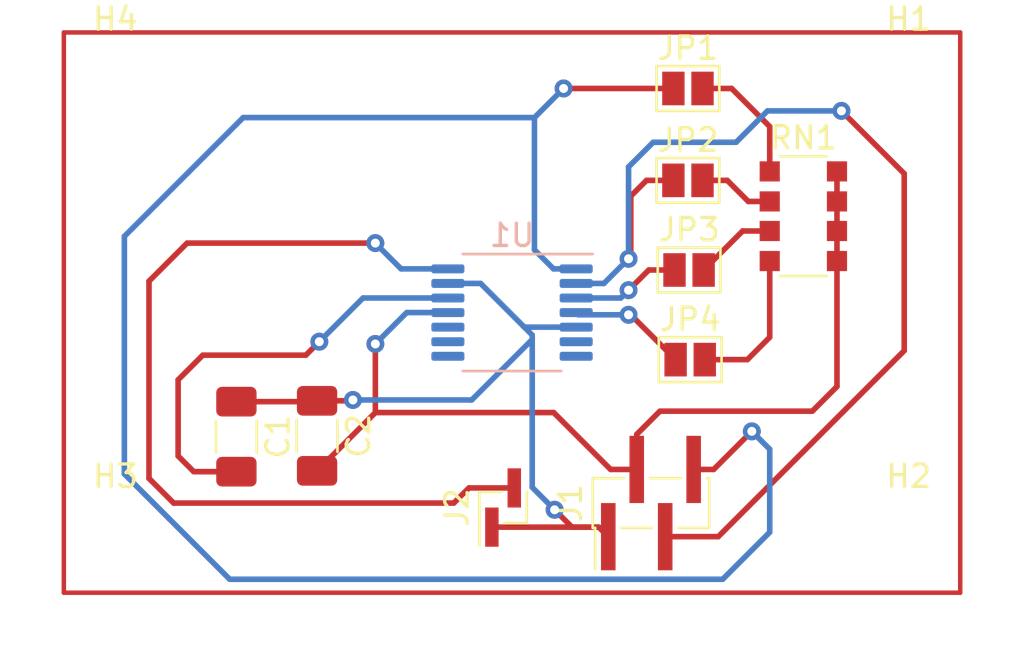
<source format=kicad_pcb>
(kicad_pcb (version 20211014) (generator pcbnew)
  (layers (0 "F.Cu" signal) (31 "B.Cu" signal) (34 "B.Paste" user) (35 "F.Paste" user) (36 "B.SilkS" user "B.Silkscreen") (37 "F.SilkS" user "F.Silkscreen") (38 "B.Mask" user) (39 "F.Mask" user) (44 "Edge.Cuts" user))
  (net 0 "")
  (net 1 "GND")
  (net 2 "Net-(C1-Pad2)")
  (net 3 "+5V")
  (net 4 "Net-(J1-Pad3)")
  (net 5 "Net-(J1-Pad4)")
  (net 11 "Net-(J2-Pad2)")
  (net 12 "Net-(JP1-Pad2)")
  (net 13 "Net-(JP2-Pad2)")
  (net 14 "Net-(JP3-Pad1)")
  (net 15 "Net-(JP3-Pad2)")
  (net 16 "Net-(JP4-Pad1)")
  (net 17 "Net-(JP4-Pad2)")
  (footprint "MountingHole:MountingHole_2.2mm_M2_DIN965" (layer "F.Cu") (at 174.7 84.8)
    (fp_text reference "H1" (at 0 -2.9) (layer "F.SilkS"))
    (fp_text value "MountingHole")
    (pad "" np_thru_hole circle (at 0 0) (size 2.2 2.2) (drill 2.2) (layers *.Cu *.Mask))
  )
  (footprint "Connector_PinHeader_1.00mm:PinHeader_1x02_P1.00mm_Vertical_SMD_Pin1Left" (layer "F.Cu") (at 156.6 103.7 90)
    (fp_text reference "J2" (at 0 -2.06 90) (layer "F.SilkS"))
    (fp_text value "Conn_01x02_Male")
    (fp_line (start -0.695 1.06) (end 0.695 1.06) (layer "F.SilkS") (width 0.12))
    (fp_line (start 0.695 -1.06) (end 0.695 -0.06) (layer "F.SilkS") (width 0.12))
    (fp_line (start -0.695 0.06) (end -0.695 1.06) (layer "F.SilkS") (width 0.12))
    (fp_line (start -0.695 -1.06) (end -0.695 -1.06) (layer "F.SilkS") (width 0.12))
    (fp_line (start -0.695 -1.06) (end -1.69 -1.06) (layer "F.SilkS") (width 0.12))
    (fp_line (start 0.695 1.06) (end 0.695 1.06) (layer "F.SilkS") (width 0.12))
    (fp_line (start -0.695 -1.06) (end 0.695 -1.06) (layer "F.SilkS") (width 0.12))
    (pad "1" smd rect (at -0.875 -0.5 90) (size 1.75 0.6) (layers "F.Cu" "F.Paste" "F.Mask") (net 1 "GND"))
    (pad "2" smd rect (at 0.875 0.5 90) (size 1.75 0.6) (layers "F.Cu" "F.Paste" "F.Mask") (net 11 "Net-(J2-Pad2)"))
  )
  (footprint "Capacitor_SMD:C_1206_3216Metric_Pad1.33x1.80mm_HandSolder" (layer "F.Cu") (at 144.7 100.5375 -90)
    (fp_text reference "C1" (at 0 -1.85 -270) (layer "F.SilkS"))
    (fp_text value "10 µF")
    (fp_line (start -0.711252 -0.91) (end 0.711252 -0.91) (layer "F.SilkS") (width 0.12))
    (fp_line (start -0.711252 0.91) (end 0.711252 0.91) (layer "F.SilkS") (width 0.12))
    (pad "1" smd roundrect (at -1.5625 0 270) (size 1.325 1.8) (layers "F.Cu" "F.Paste" "F.Mask") (roundrect_rratio 0.188679) (net 1 "GND"))
    (pad "2" smd roundrect (at 1.5625 0 270) (size 1.325 1.8) (layers "F.Cu" "F.Paste" "F.Mask") (roundrect_rratio 0.188679) (net 2 "Net-(C1-Pad2)"))
  )
  (footprint "Resistor_SMD:R_Array_Convex_4x1206" (layer "F.Cu") (at 170 90.7)
    (fp_text reference "RN1" (at 0 -3.5) (layer "F.SilkS"))
    (fp_text value "10 kΩ")
    (fp_line (start 1.05 -2.67) (end -1.05 -2.67) (layer "F.SilkS") (width 0.12))
    (fp_line (start 1.05 2.67) (end -1.05 2.67) (layer "F.SilkS") (width 0.12))
    (pad "1" smd rect (at -1.5 -2) (size 0.9 0.9) (layers "F.Cu" "F.Paste" "F.Mask") (net 12 "Net-(JP1-Pad2)"))
    (pad "2" smd rect (at -1.5 -0.66) (size 0.9 0.9) (layers "F.Cu" "F.Paste" "F.Mask") (net 13 "Net-(JP2-Pad2)"))
    (pad "3" smd rect (at -1.5 0.66) (size 0.9 0.9) (layers "F.Cu" "F.Paste" "F.Mask") (net 15 "Net-(JP3-Pad2)"))
    (pad "4" smd rect (at -1.5 2) (size 0.9 0.9) (layers "F.Cu" "F.Paste" "F.Mask") (net 17 "Net-(JP4-Pad2)"))
    (pad "5" smd rect (at 1.5 2) (size 0.9 0.9) (layers "F.Cu" "F.Paste" "F.Mask") (net 3 "+5V"))
    (pad "6" smd rect (at 1.5 0.66) (size 0.9 0.9) (layers "F.Cu" "F.Paste" "F.Mask") (net 3 "+5V"))
    (pad "7" smd rect (at 1.5 -0.66) (size 0.9 0.9) (layers "F.Cu" "F.Paste" "F.Mask") (net 3 "+5V"))
    (pad "8" smd rect (at 1.5 -2) (size 0.9 0.9) (layers "F.Cu" "F.Paste" "F.Mask") (net 3 "+5V"))
  )
  (footprint "Jumper:SolderJumper-2_P1.3mm_Open_Pad1.0x1.5mm" (layer "F.Cu") (at 164.9 93.1)
    (fp_text reference "JP3" (at 0 -1.8) (layer "F.SilkS"))
    (fp_text value "SolderJumper_2_Open")
    (fp_line (start -1.4 -1) (end 1.4 -1) (layer "F.SilkS") (width 0.12))
    (fp_line (start 1.4 1) (end -1.4 1) (layer "F.SilkS") (width 0.12))
    (fp_line (start -1.4 1) (end -1.4 -1) (layer "F.SilkS") (width 0.12))
    (fp_line (start 1.4 -1) (end 1.4 1) (layer "F.SilkS") (width 0.12))
    (pad "1" smd rect (at -0.65 0) (size 1 1.5) (layers "F.Cu" "F.Mask") (net 14 "Net-(JP3-Pad1)"))
    (pad "2" smd rect (at 0.65 0) (size 1 1.5) (layers "F.Cu" "F.Mask") (net 15 "Net-(JP3-Pad2)"))
  )
  (footprint "MountingHole:MountingHole_2.2mm_M2_DIN965" (layer "F.Cu") (at 139.3 84.8)
    (fp_text reference "H4" (at 0 -2.9) (layer "F.SilkS"))
    (fp_text value "MountingHole")
    (pad "" np_thru_hole circle (at 0 0) (size 2.2 2.2) (drill 2.2) (layers *.Cu *.Mask))
  )
  (footprint "MountingHole:MountingHole_2.2mm_M2_DIN965" (layer "F.Cu") (at 139.3 105.2)
    (fp_text reference "H3" (at 0 -2.9) (layer "F.SilkS"))
    (fp_text value "MountingHole")
    (pad "" np_thru_hole circle (at 0 0) (size 2.2 2.2) (drill 2.2) (layers *.Cu *.Mask))
  )
  (footprint "MountingHole:MountingHole_2.2mm_M2_DIN965" (layer "F.Cu") (at 174.7 105.2)
    (fp_text reference "H2" (at 0 -2.9) (layer "F.SilkS"))
    (fp_text value "MountingHole")
    (pad "" np_thru_hole circle (at 0 0) (size 2.2 2.2) (drill 2.2) (layers *.Cu *.Mask))
  )
  (footprint "Jumper:SolderJumper-2_P1.3mm_Open_Pad1.0x1.5mm" (layer "F.Cu") (at 164.85 89.1)
    (fp_text reference "JP2" (at 0 -1.8) (layer "F.SilkS"))
    (fp_text value "SolderJumper_2_Open")
    (fp_line (start 1.4 -1) (end 1.4 1) (layer "F.SilkS") (width 0.12))
    (fp_line (start -1.4 1) (end -1.4 -1) (layer "F.SilkS") (width 0.12))
    (fp_line (start -1.4 -1) (end 1.4 -1) (layer "F.SilkS") (width 0.12))
    (fp_line (start 1.4 1) (end -1.4 1) (layer "F.SilkS") (width 0.12))
    (pad "1" smd rect (at -0.65 0) (size 1 1.5) (layers "F.Cu" "F.Mask") (net 4 "Net-(J1-Pad3)"))
    (pad "2" smd rect (at 0.65 0) (size 1 1.5) (layers "F.Cu" "F.Mask") (net 13 "Net-(JP2-Pad2)"))
  )
  (footprint "Capacitor_SMD:C_1206_3216Metric_Pad1.33x1.80mm_HandSolder" (layer "F.Cu") (at 148.3 100.5 -90)
    (fp_text reference "C2" (at 0 -1.85 90) (layer "F.SilkS"))
    (fp_text value "100 nF")
    (fp_line (start -0.711252 -0.91) (end 0.711252 -0.91) (layer "F.SilkS") (width 0.12))
    (fp_line (start -0.711252 0.91) (end 0.711252 0.91) (layer "F.SilkS") (width 0.12))
    (pad "1" smd roundrect (at -1.5625 0 270) (size 1.325 1.8) (layers "F.Cu" "F.Paste" "F.Mask") (roundrect_rratio 0.188679) (net 1 "GND"))
    (pad "2" smd roundrect (at 1.5625 0 270) (size 1.325 1.8) (layers "F.Cu" "F.Paste" "F.Mask") (roundrect_rratio 0.188679) (net 3 "+5V"))
  )
  (footprint "Jumper:SolderJumper-2_P1.3mm_Open_Pad1.0x1.5mm" (layer "F.Cu") (at 164.85 85)
    (fp_text reference "JP1" (at 0 -1.8) (layer "F.SilkS"))
    (fp_text value "SolderJumper_2_Open")
    (fp_line (start -1.4 1) (end -1.4 -1) (layer "F.SilkS") (width 0.12))
    (fp_line (start -1.4 -1) (end 1.4 -1) (layer "F.SilkS") (width 0.12))
    (fp_line (start 1.4 -1) (end 1.4 1) (layer "F.SilkS") (width 0.12))
    (fp_line (start 1.4 1) (end -1.4 1) (layer "F.SilkS") (width 0.12))
    (pad "1" smd rect (at -0.65 0) (size 1 1.5) (layers "F.Cu" "F.Mask") (net 5 "Net-(J1-Pad4)"))
    (pad "2" smd rect (at 0.65 0) (size 1 1.5) (layers "F.Cu" "F.Mask") (net 12 "Net-(JP1-Pad2)"))
  )
  (footprint "Jumper:SolderJumper-2_P1.3mm_Open_Pad1.0x1.5mm" (layer "F.Cu") (at 164.95 97.1)
    (fp_text reference "JP4" (at 0 -1.8) (layer "F.SilkS"))
    (fp_text value "SolderJumper_2_Open")
    (fp_line (start -1.4 -1) (end 1.4 -1) (layer "F.SilkS") (width 0.12))
    (fp_line (start 1.4 -1) (end 1.4 1) (layer "F.SilkS") (width 0.12))
    (fp_line (start -1.4 1) (end -1.4 -1) (layer "F.SilkS") (width 0.12))
    (fp_line (start 1.4 1) (end -1.4 1) (layer "F.SilkS") (width 0.12))
    (pad "1" smd rect (at -0.65 0) (size 1 1.5) (layers "F.Cu" "F.Mask") (net 16 "Net-(JP4-Pad1)"))
    (pad "2" smd rect (at 0.65 0) (size 1 1.5) (layers "F.Cu" "F.Mask") (net 17 "Net-(JP4-Pad2)"))
  )
  (footprint "Connector_PinHeader_1.27mm:PinHeader_1x04_P1.27mm_Vertical_SMD_Pin1Left" (layer "F.Cu") (at 163.2 103.5 90)
    (fp_text reference "J1" (at 0 -3.6 90) (layer "F.SilkS"))
    (fp_text value "Conn_01x04_Male")
    (fp_line (start -1.11 -1.32) (end -1.11 0.05) (layer "F.SilkS") (width 0.12))
    (fp_line (start -1.11 1.22) (end -1.11 2.59) (layer "F.SilkS") (width 0.12))
    (fp_line (start 1.11 2.49) (end 1.11 2.6) (layer "F.SilkS") (width 0.12))
    (fp_line (start -1.11 2.6) (end 1.11 2.6) (layer "F.SilkS") (width 0.12))
    (fp_line (start -1.11 -2.6) (end -1.11 -2.49) (layer "F.SilkS") (width 0.12))
    (fp_line (start 1.11 -2.59) (end 1.11 -1.22) (layer "F.SilkS") (width 0.12))
    (fp_line (start -1.11 -2.49) (end -2.94 -2.49) (layer "F.SilkS") (width 0.12))
    (fp_line (start -1.11 -2.6) (end 1.11 -2.6) (layer "F.SilkS") (width 0.12))
    (fp_line (start 1.11 -0.05) (end 1.11 1.32) (layer "F.SilkS") (width 0.12))
    (pad "1" smd rect (at -1.5 -1.905 90) (size 3 0.65) (layers "F.Cu" "F.Paste" "F.Mask") (net 1 "GND"))
    (pad "2" smd rect (at 1.5 -0.635 90) (size 3 0.65) (layers "F.Cu" "F.Paste" "F.Mask") (net 3 "+5V"))
    (pad "3" smd rect (at -1.5 0.635 90) (size 3 0.65) (layers "F.Cu" "F.Paste" "F.Mask") (net 4 "Net-(J1-Pad3)"))
    (pad "4" smd rect (at 1.5 1.905 90) (size 3 0.65) (layers "F.Cu" "F.Paste" "F.Mask") (net 5 "Net-(J1-Pad4)"))
  )
  (footprint "Package_SO:TSSOP-14_4.4x5mm_P0.65mm" (layer "B.Cu") (at 157 95 180)
    (fp_text reference "U1" (at 0 3.45) (layer "B.SilkS") (effects (justify mirror)))
    (fp_text value "AS5048B")
    (fp_line (start 0 -2.61) (end -2.2 -2.61) (layer "B.SilkS") (width 0.12))
    (fp_line (start 0 2.61) (end -3.6 2.61) (layer "B.SilkS") (width 0.12))
    (fp_line (start 0 -2.61) (end 2.2 -2.61) (layer "B.SilkS") (width 0.12))
    (fp_line (start 0 2.61) (end 2.2 2.61) (layer "B.SilkS") (width 0.12))
    (pad "1" smd roundrect (at -2.8625 1.95 180) (size 1.475 0.4) (layers "B.Cu" "B.Paste" "B.Mask") (net 5 "Net-(J1-Pad4)"))
    (pad "2" smd roundrect (at -2.8625 1.3 180) (size 1.475 0.4) (layers "B.Cu" "B.Paste" "B.Mask") (net 4 "Net-(J1-Pad3)"))
    (pad "3" smd roundrect (at -2.8625 0.65 180) (size 1.475 0.4) (layers "B.Cu" "B.Paste" "B.Mask") (net 14 "Net-(JP3-Pad1)"))
    (pad "4" smd roundrect (at -2.8625 0 180) (size 1.475 0.4) (layers "B.Cu" "B.Paste" "B.Mask") (net 16 "Net-(JP4-Pad1)"))
    (pad "5" smd roundrect (at -2.8625 -0.65 180) (size 1.475 0.4) (layers "B.Cu" "B.Paste" "B.Mask") (net 1 "GND"))
    (pad "6" smd roundrect (at -2.8625 -1.3 180) (size 1.475 0.4) (layers "B.Cu" "B.Paste" "B.Mask"))
    (pad "7" smd roundrect (at -2.8625 -1.95 180) (size 1.475 0.4) (layers "B.Cu" "B.Paste" "B.Mask"))
    (pad "8" smd roundrect (at 2.8625 -1.95 180) (size 1.475 0.4) (layers "B.Cu" "B.Paste" "B.Mask"))
    (pad "9" smd roundrect (at 2.8625 -1.3 180) (size 1.475 0.4) (layers "B.Cu" "B.Paste" "B.Mask"))
    (pad "10" smd roundrect (at 2.8625 -0.65 180) (size 1.475 0.4) (layers "B.Cu" "B.Paste" "B.Mask"))
    (pad "11" smd roundrect (at 2.8625 0 180) (size 1.475 0.4) (layers "B.Cu" "B.Paste" "B.Mask") (net 3 "+5V"))
    (pad "12" smd roundrect (at 2.8625 0.65 180) (size 1.475 0.4) (layers "B.Cu" "B.Paste" "B.Mask") (net 2 "Net-(C1-Pad2)"))
    (pad "13" smd roundrect (at 2.8625 1.3 180) (size 1.475 0.4) (layers "B.Cu" "B.Paste" "B.Mask") (net 1 "GND"))
    (pad "14" smd roundrect (at 2.8625 1.95 180) (size 1.475 0.4) (layers "B.Cu" "B.Paste" "B.Mask") (net 11 "Net-(J2-Pad2)"))
  )
  (gr_line (start 137 107.5) (end 137 82.5) (layer "F.Cu") (width 0.2))
  (gr_line (start 177 107.5) (end 137 107.5) (layer "F.Cu") (width 0.2))
  (gr_line (start 177 107.5) (end 177 82.5) (layer "F.Cu") (width 0.2))
  (gr_line (start 137 82.5) (end 177 82.5) (layer "F.Cu") (width 0.2))
  (segment (start 159.675 104.575) (end 158.9 103.8) (width 0.25) (layer "F.Cu") (net 1))
  (segment (start 149.8625 98.9375) (end 149.9 98.9) (width 0.25) (layer "F.Cu") (net 1))
  (segment (start 148.3 98.9375) (end 149.8625 98.9375) (width 0.25) (layer "F.Cu") (net 1))
  (segment (start 148.2625 98.975) (end 148.3 98.9375) (width 0.25) (layer "F.Cu") (net 1))
  (segment (start 156.1 104.575) (end 160.87 104.575) (width 0.25) (layer "F.Cu") (net 1))
  (segment (start 160.87 104.575) (end 161.295 105) (width 0.25) (layer "F.Cu") (net 1))
  (segment (start 144.7 98.975) (end 148.2625 98.975) (width 0.25) (layer "F.Cu") (net 1))
  (segment (start 160.87 104.575) (end 159.675 104.575) (width 0.25) (layer "F.Cu") (net 1))
  (via (at 149.9 98.9) (size 0.8) (drill 0.4) (layers "F.Cu" "B.Cu") (net 1))
  (via (at 158.9 103.8) (size 0.8) (drill 0.4) (layers "F.Cu" "B.Cu") (net 1))
  (segment (start 157.5 95.6) (end 157.55 95.65) (width 0.25) (layer "B.Cu") (net 1))
  (segment (start 149.9 98.9) (end 155.2 98.9) (width 0.25) (layer "B.Cu") (net 1))
  (segment (start 154.1375 93.7) (end 155.6 93.7) (width 0.25) (layer "B.Cu") (net 1))
  (segment (start 157.55 95.65) (end 159.8625 95.65) (width 0.25) (layer "B.Cu") (net 1))
  (segment (start 155.6 93.7) (end 157.5 95.6) (width 0.25) (layer "B.Cu") (net 1))
  (segment (start 158.9 103.8) (end 157.9 102.8) (width 0.25) (layer "B.Cu") (net 1))
  (segment (start 157.9 96.2) (end 157.9 96) (width 0.25) (layer "B.Cu") (net 1))
  (segment (start 157.9 96) (end 157.5 95.6) (width 0.25) (layer "B.Cu") (net 1))
  (segment (start 155.2 98.9) (end 157.9 96.2) (width 0.25) (layer "B.Cu") (net 1))
  (segment (start 157.9 102.8) (end 157.9 96.2) (width 0.25) (layer "B.Cu") (net 1))
  (segment (start 142.1 98) (end 143.2 96.9) (width 0.25) (layer "F.Cu") (net 2))
  (segment (start 142.8 102.1) (end 142.1 101.4) (width 0.25) (layer "F.Cu") (net 2))
  (segment (start 143.2 96.9) (end 147.8 96.9) (width 0.25) (layer "F.Cu") (net 2))
  (segment (start 142.1 101.4) (end 142.1 98) (width 0.25) (layer "F.Cu") (net 2))
  (segment (start 147.8 96.9) (end 148.4 96.3) (width 0.25) (layer "F.Cu") (net 2))
  (segment (start 144.7 102.1) (end 142.8 102.1) (width 0.25) (layer "F.Cu") (net 2))
  (via (at 148.4 96.3) (size 0.8) (drill 0.4) (layers "F.Cu" "B.Cu") (net 2))
  (segment (start 148.4 96.3) (end 150.35 94.35) (width 0.25) (layer "B.Cu") (net 2))
  (segment (start 150.35 94.35) (end 154.1375 94.35) (width 0.25) (layer "B.Cu") (net 2))
  (segment (start 171.5 98.3) (end 171.5 92.7) (width 0.25) (layer "F.Cu") (net 3))
  (segment (start 171.5 91.36) (end 171.5 92.7) (width 0.25) (layer "F.Cu") (net 3))
  (segment (start 163.6 99.4) (end 170.4 99.4) (width 0.25) (layer "F.Cu") (net 3))
  (segment (start 158.8625 99.4625) (end 150.9 99.4625) (width 0.25) (layer "F.Cu") (net 3))
  (segment (start 170.4 99.4) (end 171.5 98.3) (width 0.25) (layer "F.Cu") (net 3))
  (segment (start 171.5 88.7) (end 171.5 90.04) (width 0.25) (layer "F.Cu") (net 3))
  (segment (start 150.9 99.4625) (end 150.9 96.4) (width 0.25) (layer "F.Cu") (net 3))
  (segment (start 162.565 100.435) (end 163.6 99.4) (width 0.25) (layer "F.Cu") (net 3))
  (segment (start 171.5 90.04) (end 171.5 91.36) (width 0.25) (layer "F.Cu") (net 3))
  (segment (start 148.3 102.0625) (end 150.9 99.4625) (width 0.25) (layer "F.Cu") (net 3))
  (segment (start 162.565 102) (end 162.565 100.435) (width 0.25) (layer "F.Cu") (net 3))
  (segment (start 162.565 102) (end 161.4 102) (width 0.25) (layer "F.Cu") (net 3))
  (segment (start 161.4 102) (end 158.8625 99.4625) (width 0.25) (layer "F.Cu") (net 3))
  (via (at 150.9 96.4) (size 0.8) (drill 0.4) (layers "F.Cu" "B.Cu") (net 3))
  (segment (start 150.9 96.4) (end 152.3 95) (width 0.25) (layer "B.Cu") (net 3))
  (segment (start 152.3 95) (end 154.1375 95) (width 0.25) (layer "B.Cu") (net 3))
  (segment (start 162.2 92.6) (end 162.3 92.5) (width 0.25) (layer "F.Cu") (net 4))
  (segment (start 174.5 96.7) (end 174.5 88.8) (width 0.25) (layer "F.Cu") (net 4))
  (segment (start 162.3 89.8) (end 163 89.1) (width 0.25) (layer "F.Cu") (net 4))
  (segment (start 174.5 88.8) (end 171.7 86) (width 0.25) (layer "F.Cu") (net 4))
  (segment (start 162.3 92.5) (end 162.3 89.8) (width 0.25) (layer "F.Cu") (net 4))
  (segment (start 166.2 105) (end 174.5 96.7) (width 0.25) (layer "F.Cu") (net 4))
  (segment (start 163.835 105) (end 166.2 105) (width 0.25) (layer "F.Cu") (net 4))
  (segment (start 163 89.1) (end 164.2 89.1) (width 0.25) (layer "F.Cu") (net 4))
  (via (at 162.2 92.6) (size 0.8) (drill 0.4) (layers "F.Cu" "B.Cu") (net 4))
  (via (at 171.7 86) (size 0.8) (drill 0.4) (layers "F.Cu" "B.Cu") (net 4))
  (segment (start 162.2 88.5) (end 162.2 92.6) (width 0.25) (layer "B.Cu") (net 4))
  (segment (start 159.8625 93.7) (end 161.1 93.7) (width 0.25) (layer "B.Cu") (net 4))
  (segment (start 163.3 87.4) (end 162.2 88.5) (width 0.25) (layer "B.Cu") (net 4))
  (segment (start 168.4 86) (end 167 87.4) (width 0.25) (layer "B.Cu") (net 4))
  (segment (start 161.1 93.7) (end 162.2 92.6) (width 0.25) (layer "B.Cu") (net 4))
  (segment (start 167 87.4) (end 163.3 87.4) (width 0.25) (layer "B.Cu") (net 4))
  (segment (start 171.7 86) (end 168.4 86) (width 0.25) (layer "B.Cu") (net 4))
  (segment (start 167.7 100.3) (end 166 102) (width 0.25) (layer "F.Cu") (net 5))
  (segment (start 166 102) (end 165.105 102) (width 0.25) (layer "F.Cu") (net 5))
  (segment (start 164.2 85) (end 159.3 85) (width 0.25) (layer "F.Cu") (net 5))
  (via (at 159.3 85) (size 0.8) (drill 0.4) (layers "F.Cu" "B.Cu") (net 5))
  (via (at 167.7 100.3) (size 0.8) (drill 0.4) (layers "F.Cu" "B.Cu") (net 5))
  (segment (start 168.5 104.8) (end 168.5 102.3) (width 0.25) (layer "B.Cu") (net 5))
  (segment (start 139.7 91.6) (end 139.7 102.2) (width 0.25) (layer "B.Cu") (net 5))
  (segment (start 145 86.3) (end 139.7 91.6) (width 0.25) (layer "B.Cu") (net 5))
  (segment (start 168.5 102.3) (end 168.5 101.1) (width 0.25) (layer "B.Cu") (net 5))
  (segment (start 158 92.2) (end 158 86.3) (width 0.25) (layer "B.Cu") (net 5))
  (segment (start 168.5 101.1) (end 167.7 100.3) (width 0.25) (layer "B.Cu") (net 5))
  (segment (start 168.4 104.9) (end 168.5 104.8) (width 0.25) (layer "B.Cu") (net 5))
  (segment (start 144.4 106.9) (end 161.9 106.9) (width 0.25) (layer "B.Cu") (net 5))
  (segment (start 139.7 102.2) (end 141.7 104.2) (width 0.25) (layer "B.Cu") (net 5))
  (segment (start 158.85 93.05) (end 158 92.2) (width 0.25) (layer "B.Cu") (net 5))
  (segment (start 166.4 106.9) (end 168.4 104.9) (width 0.25) (layer "B.Cu") (net 5))
  (segment (start 158 86.3) (end 159.3 85) (width 0.25) (layer "B.Cu") (net 5))
  (segment (start 158 86.3) (end 145 86.3) (width 0.25) (layer "B.Cu") (net 5))
  (segment (start 141.7 104.2) (end 144.4 106.9) (width 0.25) (layer "B.Cu") (net 5))
  (segment (start 159.8625 93.05) (end 158.85 93.05) (width 0.25) (layer "B.Cu") (net 5))
  (segment (start 161.9 106.9) (end 166.4 106.9) (width 0.25) (layer "B.Cu") (net 5))
  (segment (start 157.1 102.825) (end 155.075 102.825) (width 0.25) (layer "F.Cu") (net 11))
  (segment (start 155.075 102.825) (end 154.4 103.5) (width 0.25) (layer "F.Cu") (net 11))
  (segment (start 154.4 103.5) (end 141.9 103.5) (width 0.25) (layer "F.Cu") (net 11))
  (segment (start 141.9 103.5) (end 140.8 102.4) (width 0.25) (layer "F.Cu") (net 11))
  (segment (start 142.5 91.9) (end 150.9 91.9) (width 0.25) (layer "F.Cu") (net 11))
  (segment (start 140.8 102.4) (end 140.8 93.6) (width 0.25) (layer "F.Cu") (net 11))
  (segment (start 140.8 93.6) (end 142.5 91.9) (width 0.25) (layer "F.Cu") (net 11))
  (via (at 150.9 91.9) (size 0.8) (drill 0.4) (layers "F.Cu" "B.Cu") (net 11))
  (segment (start 152.05 93.05) (end 150.9 91.9) (width 0.25) (layer "B.Cu") (net 11))
  (segment (start 154.1375 93.05) (end 152.05 93.05) (width 0.25) (layer "B.Cu") (net 11))
  (segment (start 168.5 86.7) (end 168.5 88.7) (width 0.25) (layer "F.Cu") (net 12))
  (segment (start 165.5 85) (end 166.8 85) (width 0.25) (layer "F.Cu") (net 12))
  (segment (start 166.8 85) (end 168.5 86.7) (width 0.25) (layer "F.Cu") (net 12))
  (segment (start 167.54 90.04) (end 168.5 90.04) (width 0.25) (layer "F.Cu") (net 13))
  (segment (start 165.5 89.1) (end 166.6 89.1) (width 0.25) (layer "F.Cu") (net 13))
  (segment (start 166.6 89.1) (end 167.54 90.04) (width 0.25) (layer "F.Cu") (net 13))
  (segment (start 164.25 93.1) (end 163.1 93.1) (width 0.25) (layer "F.Cu") (net 14))
  (segment (start 163.1 93.1) (end 162.2 94) (width 0.25) (layer "F.Cu") (net 14))
  (via (at 162.2 94) (size 0.8) (drill 0.4) (layers "F.Cu" "B.Cu") (net 14))
  (segment (start 162.2 94) (end 161.85 94.35) (width 0.25) (layer "B.Cu") (net 14))
  (segment (start 161.85 94.35) (end 159.8625 94.35) (width 0.25) (layer "B.Cu") (net 14))
  (segment (start 165.55 93.1) (end 167.29 91.36) (width 0.25) (layer "F.Cu") (net 15))
  (segment (start 167.29 91.36) (end 168.5 91.36) (width 0.25) (layer "F.Cu") (net 15))
  (segment (start 162.3 95.1) (end 162.2 95.1) (width 0.25) (layer "F.Cu") (net 16))
  (segment (start 164.3 97.1) (end 162.3 95.1) (width 0.25) (layer "F.Cu") (net 16))
  (via (at 162.2 95.1) (size 0.8) (drill 0.4) (layers "F.Cu" "B.Cu") (net 16))
  (segment (start 159.9625 95.1) (end 159.8625 95) (width 0.25) (layer "B.Cu") (net 16))
  (segment (start 162.2 95.1) (end 159.9625 95.1) (width 0.25) (layer "B.Cu") (net 16))
  (segment (start 168.5 92.7) (end 168.5 96.1) (width 0.25) (layer "F.Cu") (net 17))
  (segment (start 167.5 97.1) (end 165.6 97.1) (width 0.25) (layer "F.Cu") (net 17))
  (segment (start 168.5 96.1) (end 167.5 97.1) (width 0.25) (layer "F.Cu") (net 17))
)
</source>
